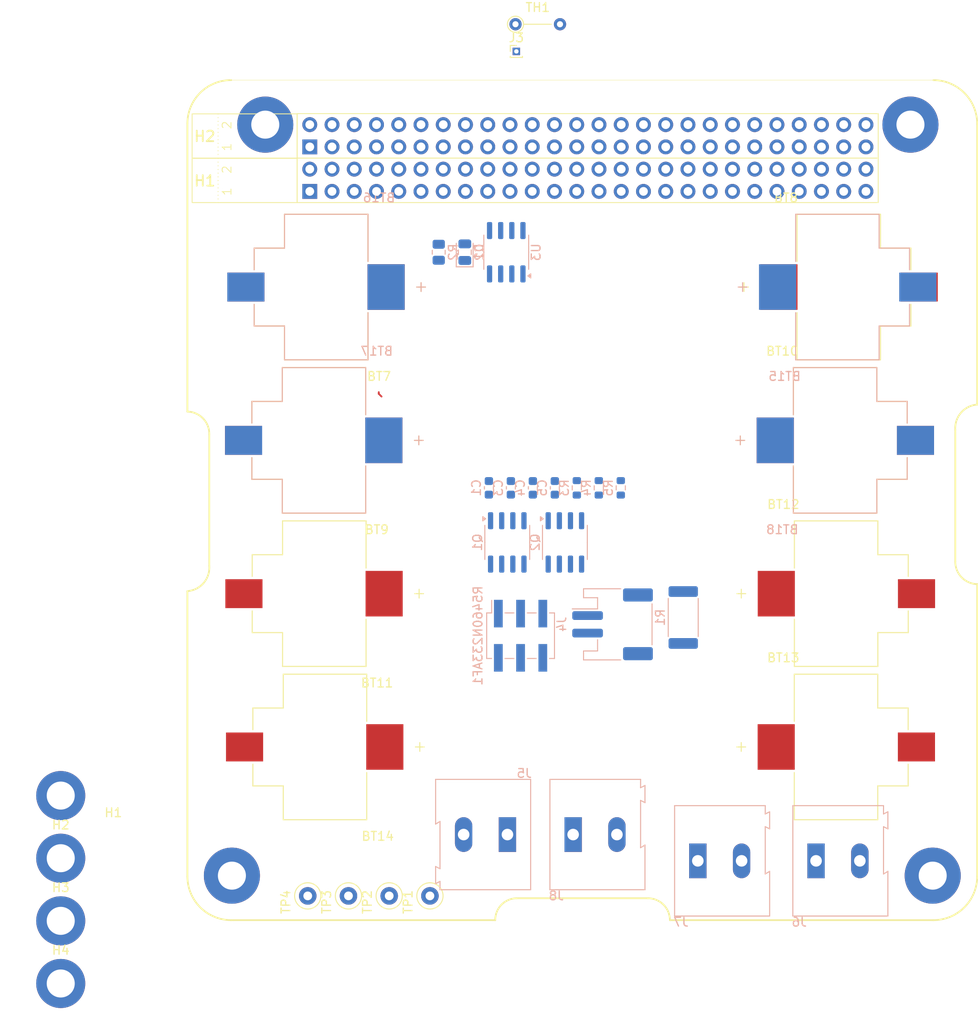
<source format=kicad_pcb>
(kicad_pcb (version 20240108) (generator "pcbnew") (generator_version "8.0")
  (layers (0 "F.Cu" signal) (31 "B.Cu" signal) (34 "B.Paste" user) (35 "F.Paste" user) (36 "B.SilkS" user "B.Silkscreen") (37 "F.SilkS" user "F.Silkscreen") (38 "B.Mask" user) (39 "F.Mask" user) (44 "Edge.Cuts" user))
  (net 0 "")
  (net 62 "Net-(D1-K)")
  (net 86 "/Pack -")
  (net 97 "Net-(D1-A)")
  (net 107 "/batt_board_temp")
  (net 108 "PACK-")
  (net 109 "Net-(C1-Pad1)")
  (net 110 "GND")
  (net 111 "Net-(R5460N233AF1-V-)")
  (net 112 "Net-(R5460N233AF1-VC)")
  (net 113 "/VDD")
  (net 114 "/B-")
  (net 115 "Net-(Q1-D-Pad5)")
  (net 116 "Net-(Q1-G)")
  (net 117 "Net-(Q2-G)")
  (net 118 "BAT_THERM")
  (net 119 "/BATT_CS")
  (net 120 "/Pack +")
  (net 121 "/BM")
  (net 122 "Net-(H1-Pad1)")
  (footprint "Battery 54:BAT_254TR" (layer "F.Cu") (at 178.495 125.5 180)
    (property "Reference" "BT14" (at -7.2 -10.19 0) (layer "F.SilkS"))
    (property "Value" "54")
    (pad "P1" smd rect (at -8.005 0 180) (size 4.24 5.2) (layers "F.Cu" "F.Paste" "F.Mask"))
    (pad "P2" smd rect (at 8.005 0 180) (size 4.24 3.3) (layers "F.Cu" "F.Paste" "F.Mask"))
  )
  (footprint "MountingHole:MountingHole_3.2mm_M3_DIN965_Pad" (layer "F.Cu") (at 149.5 152.5)
    (property "Reference" "H4" (at 0 -3.8 0) (layer "F.SilkS"))
    (property "Value" "MountingHole_Pad")
    (pad "1" thru_hole circle (at 0 0) (size 5.6 5.6) (drill 3.2) (layers "*.Cu" "*.Mask") (net 122 "Net-(H1-Pad1)"))
  )
  (footprint "Battery 54:BAT_254TR" (layer "F.Cu") (at 239.2 108)
    (property "Reference" "BT12" (at -7.2 -10.19 0) (layer "F.SilkS"))
    (property "Value" "54")
    (pad "1" smd rect (at 8.005 0) (size 4.24 3.3) (layers "F.Cu" "F.Paste" "F.Mask"))
    (pad "P1" smd rect (at -8.005 0) (size 4.24 5.2) (layers "F.Cu" "F.Paste" "F.Mask"))
  )
  (footprint "PC104:PC104ConnectorFootprint (1)" (layer "F.Cu") (at 163.96175 145.269563)
    (property "Reference" "U1" (hide yes))
    (property "Value" "~" (hide yes))
    (fp_text user "2" (at 5.1 -90.22 90) (layer "F.SilkS") (effects (font (thickness 0.1)) (justify left bottom)))
    (fp_text user "2" (at 5.1 -85.14 90) (layer "F.SilkS") (effects (font (thickness 0.1)) (justify left bottom)))
    (fp_text user "H1" (at 0.65 -83.688 0) (layer "F.SilkS") (effects (font (size 1.2 1.2) (thickness 0.2) (bold yes)) (justify left bottom)))
    (fp_text user "1" (at 5.1 -82.62 90) (layer "F.SilkS") (effects (font (thickness 0.1)) (justify left bottom)))
    (fp_text user "1" (at 5.1 -87.7 90) (layer "F.SilkS") (effects (font (thickness 0.1)) (justify left bottom)))
    (fp_text user "H2" (at 0.65 -88.768 0) (layer "F.SilkS") (effects (font (size 1.2 1.2) (thickness 0.2) (bold yes)) (justify left bottom)))
    (pad "" thru_hole circle (at 5.08 -5.08 90) (size 6.4 6.4) (drill 3.2) (layers "*.Cu" "*.Mask"))
    (pad "" thru_hole circle (at 8.89 -90.81) (size 6.4 6.4) (drill 3.2) (layers "*.Cu" "*.Mask"))
    (pad "" thru_hole circle (at 82.55 -90.81) (size 6.4 6.4) (drill 3.2) (layers "*.Cu" "*.Mask"))
    (pad "" thru_hole circle (at 85.09 -5.08) (size 6.4 6.4) (drill 3.2) (layers "*.Cu" "*.Mask"))
    (pad "1" thru_hole rect (at 13.97 -83.19 90) (size 1.7 1.7) (drill 1) (layers "*.Cu" "*.Mask"))
    (pad "2" thru_hole oval (at 13.97 -85.73 90) (size 1.7 1.7) (drill 1) (layers "*.Cu" "*.Mask"))
    (pad "3" thru_hole oval (at 16.51 -83.19 90) (size 1.7 1.7) (drill 1) (layers "*.Cu" "*.Mask"))
    (pad "4" thru_hole oval (at 16.51 -85.73 90) (size 1.7 1.7) (drill 1) (layers "*.Cu" "*.Mask"))
    (pad "5" thru_hole oval (at 19.05 -83.19 90) (size 1.7 1.7) (drill 1) (layers "*.Cu" "*.Mask"))
    (pad "6" thru_hole oval (at 19.05 -85.73 90) (size 1.7 1.7) (drill 1) (layers "*.Cu" "*.Mask"))
    (pad "7" thru_hole oval (at 21.59 -83.19 90) (size 1.7 1.7) (drill 1) (layers "*.Cu" "*.Mask"))
    (pad "8" thru_hole oval (at 21.59 -85.73 90) (size 1.7 1.7) (drill 1) (layers "*.Cu" "*.Mask"))
    (pad "9" thru_hole oval (at 24.13 -83.19 90) (size 1.7 1.7) (drill 1) (layers "*.Cu" "*.Mask"))
    (pad "10" thru_hole oval (at 24.13 -85.73 90) (size 1.7 1.7) (drill 1) (layers "*.Cu" "*.Mask"))
    (pad "11" thru_hole oval (at 26.67 -83.19 90) (size 1.7 1.7) (drill 1) (layers "*.Cu" "*.Mask"))
    (pad "12" thru_hole oval (at 26.67 -85.73 90) (size 1.7 1.7) (drill 1) (layers "*.Cu" "*.Mask"))
    (pad "13" thru_hole oval (at 29.21 -83.19 90) (size 1.7 1.7) (drill 1) (layers "*.Cu" "*.Mask"))
    (pad "14" thru_hole oval (at 29.21 -85.73 90) (size 1.7 1.7) (drill 1) (layers "*.Cu" "*.Mask"))
    (pad "15" thru_hole oval (at 31.75 -83.19 90) (size 1.7 1.7) (drill 1) (layers "*.Cu" "*.Mask"))
    (pad "16" thru_hole oval (at 31.75 -85.73 90) (size 1.7 1.7) (drill 1) (layers "*.Cu" "*.Mask"))
    (pad "17" thru_hole oval (at 34.29 -83.19 90) (size 1.7 1.7) (drill 1) (layers "*.Cu" "*.Mask"))
    (pad "18" thru_hole oval (at 34.29 -85.73 90) (size 1.7 1.7) (drill 1) (layers "*.Cu" "*.Mask"))
    (pad "19" thru_hole oval (at 36.83 -83.19 90) (size 1.7 1.7) (drill 1) (layers "*.Cu" "*.Mask"))
    (pad "20" thru_hole oval (at 36.83 -85.73 90) (size 1.7 1.7) (drill 1) (layers "*.Cu" "*.Mask"))
    (pad "21" thru_hole oval (at 39.37 -83.19 90) (size 1.7 1.7) (drill 1) (layers "*.Cu" "*.Mask"))
    (pad "22" thru_hole oval (at 39.37 -85.73 90) (size 1.7 1.7) (drill 1) (layers "*.Cu" "*.Mask"))
    (pad "23" thru_hole oval (at 41.91 -83.19 90) (size 1.7 1.7) (drill 1) (layers "*.Cu" "*.Mask"))
    (pad "24" thru_hole oval (at 41.91 -85.73 90) (size 1.7 1.7) (drill 1) (layers "*.Cu" "*.Mask"))
    (pad "25" thru_hole oval (at 44.45 -83.19 90) (size 1.7 1.7) (drill 1) (layers "*.Cu" "*.Mask"))
    (pad "26" thru_hole oval (at 44.45 -85.73 90) (size 1.7 1.7) (drill 1) (layers "*.Cu" "*.Mask"))
    (pad "27" thru_hole oval (at 46.99 -83.19 90) (size 1.7 1.7) (drill 1) (layers "*.Cu" "*.Mask"))
    (pad "28" thru_hole oval (at 46.99 -85.73 90) (size 1.7 1.7) (drill 1) (layers "*.Cu" "*.Mask"))
    (pad "29" thru_hole oval (at 49.53 -83.19 90) (size 1.7 1.7) (drill 1) (layers "*.Cu" "*.Mask"))
    (pad "30" thru_hole oval (at 49.53 -85.73 90) (size 1.7 1.7) (drill 1) (layers "*.Cu" "*.Mask"))
    (pad "31" thru_hole oval (at 52.07 -83.19 90) (size 1.7 1.7) (drill 1) (layers "*.Cu" "*.Mask"))
    (pad "32" thru_hole oval (at 52.07 -85.73 90) (size 1.7 1.7) (drill 1) (layers "*.Cu" "*.Mask"))
    (pad "33" thru_hole oval (at 54.61 -83.19 90) (size 1.7 1.7) (drill 1) (layers "*.Cu" "*.Mask"))
    (pad "34" thru_hole oval (at 54.61 -85.73 90) (size 1.7 1.7) (drill 1) (layers "*.Cu" "*.Mask"))
    (pad "35" thru_hole oval (at 57.15 -83.19 90) (size 1.7 1.7) (drill 1) (layers "*.Cu" "*.Mask"))
    (pad "36" thru_hole oval (at 57.15 -85.73 90) (size 1.7 1.7) (drill 1) (layers "*.Cu" "*.Mask"))
    (pad "37" thru_hole oval (at 59.69 -83.19 90) (size 1.7 1.7) (drill 1) (layers "*.Cu" "*.Mask"))
    (pad "38" thru_hole oval (at 59.69 -85.73 90) (size 1.7 1.7) (drill 1) (layers "*.Cu" "*.Mask"))
    (pad "39" thru_hole oval (at 62.23 -83.19 90) (size 1.7 1.7) (drill 1) (layers "*.Cu" "*.Mask"))
    (pad "40" thru_hole oval (at 62.23 -85.73 90) (size 1.7 1.7) (drill 1) (layers "*.Cu" "*.Mask"))
    (pad "41" thru_hole oval (at 64.77 -83.19 90) (size 1.7 1.7) (drill 1) (layers "*.Cu" "*.Mask"))
    (pad "42" thru_hole oval (at 64.77 -85.73 90) (size 1.7 1.7) (drill 1) (layers "*.Cu" "*.Mask"))
    (pad "43" thru_hole oval (at 67.31 -83.19 90) (size 1.7 1.7) (drill 1) (layers "*.Cu" "*.Mask"))
    (pad "44" thru_hole oval (at 67.31 -85.73 90) (size 1.7 1.7) (drill 1) (layers "*.Cu" "*.Mask"))
    (pad "45" thru_hole oval (at 69.85 -83.19 90) (size 1.7 1.7) (drill 1) (layers "*.Cu" "*.Mask"))
    (pad "46" thru_hole oval (at 69.85 -85.73 90) (size 1.7 1.7) (drill 1) (layers "*.Cu" "*.Mask"))
    (pad "47" thru_hole oval (at 72.39 -83.19 90) (size 1.7 1.7) (drill 1) (layers "*.Cu" "*.Mask"))
    (pad "48" thru_hole oval (at 72.39 -85.73 90) (size 1.7 1.7) (drill 1) (layers "*.Cu" "*.Mask"))
    (pad "49" thru_hole oval (at 74.93 -83.19 90) (size 1.7 1.7) (drill 1) (layers "*.Cu" "*.Mask"))
    (pad "50" thru_hole oval (at 74.93 -85.73 90) (size 1.7 1.7) (drill 1) (layers "*.Cu" "*.Mask"))
    (pad "51" thru_hole oval (at 77.47 -83.19 90) (size 1.7 1.7) (drill 1) (layers "*.Cu" "*.Mask"))
    (pad "52" thru_hole oval (at 77.47 -85.73 90) (size 1.7 1.7) (drill 1) (layers "*.Cu" "*.Mask"))
    (pad "53" thru_hole rect (at 13.97 -88.27 90) (size 1.7 1.7) (drill 1) (layers "*.Cu" "*.Mask") (net 107 "/batt_board_temp"))
    (pad "54" thru_hole oval (at 13.97 -90.81 90) (size 1.7 1.7) (drill 1) (layers "*.Cu" "*.Mask"))
    (pad "55" thru_hole oval (at 16.51 -88.27 90) (size 1.7 1.7) (drill 1) (layers "*.Cu" "*.Mask"))
    (pad "56" thru_hole oval (at 16.51 -90.81 90) (size 1.7 1.7) (drill 1) (layers "*.Cu" "*.Mask"))
    (pad "57" thru_hole oval (at 19.05 -88.27 90) (size 1.7 1.7) (drill 1) (layers "*.Cu" "*.Mask"))
    (pad "58" thru_hole oval (at 19.05 -90.81 90) (size 1.7 1.7) (drill 1) (layers "*.Cu" "*.Mask"))
    (pad "59" thru_hole oval (at 21.59 -88.27 90) (size 1.7 1.7) (drill 1) (layers "*.Cu" "*.Mask"))
    (pad "60" thru_hole oval (at 21.59 -90.81 90) (size 1.7 1.7) (drill 1) (layers "*.Cu" "*.Mask"))
    (pad "61" thru_hole oval (at 24.13 -88.27 90) (size 1.7 1.7) (drill 1) (layers "*.Cu" "*.Mask"))
    (pad "62" thru_hole oval (at 24.13 -90.81 90) (size 1.7 1.7) (drill 1) (layers "*.Cu" "*.Mask"))
    (pad "63" thru_hole oval (at 26.67 -88.27 90) (size 1.7 1.7) (drill 1) (layers "*.Cu" "*.Mask"))
    (pad "64" thru_hole oval (at 26.67 -90.81 90) (size 1.7 1.7) (drill 1) (layers "*.Cu" "*.Mask"))
    (pad "65" thru_hole oval (at 29.21 -88.27 90) (size 1.7 1.7) (drill 1) (layers "*.Cu" "*.Mask"))
    (pad "66" thru_hole oval (at 29.21 -90.81 90) (size 1.7 1.7) (drill 1) (layers "*.Cu" "*.Mask"))
    (pad "67" thru_hole oval (at 31.75 -88.27 90) (size 1.7 1.7) (drill 1) (layers "*.Cu" "*.Mask"))
    (pad "68" thru_hole oval (at 31.75 -90.81 90) (size 1.7 1.7) (drill 1) (layers "*.Cu" "*.Mask"))
    (pad "69" thru_hole oval (at 34.29 -88.27 90) (size 1.7 1.7) (drill 1) (layers "*.Cu" "*.Mask"))
    (pad "70" thru_hole oval (at 34.29 -90.81 90) (size 1.7 1.7) (drill 1) (layers "*.Cu" "*.Mask"))
    (pad "71" thru_hole oval (at 36.83 -88.27 90) (size 1.7 1.7) (drill 1) (layers "*.Cu" "*.Mask"))
    (pad "72" thru_hole oval (at 36.83 -90.81 90) (size 1.7 1.7) (drill 1) (layers "*.Cu" "*.Mask"))
    (pad "73" thru_hole oval (at 39.37 -88.27 90) (size 1.7 1.7) (drill 1) (layers "*.Cu" "*.Mask"))
    (pad "74" thru_hole oval (at 39.37 -90.81 90) (size 1.7 1.7) (drill 1) (layers "*.Cu" "*.Mask"))
    (pad "75" thru_hole oval (at 41.91 -88.27 90) (size 1.7 1.7) (drill 1) (layers "*.Cu" "*.Mask"))
    (pad "76" thru_hole oval (at 41.91 -90.81 90) (size 1.7 1.7) (drill 1) (layers "*.Cu" "*.Mask"))
    (pad "77" thru_hole oval (at 44.45 -88.27 90) (size 1.7 1.7) (drill 1) (layers "*.Cu" "*.Mask"))
    (pad "78" thru_hole oval (at 44.45 -90.81 90) (size 1.7 1.7) (drill 1) (layers "*.Cu" "*.Mask"))
    (pad "79" thru_hole oval (at 46.99 -88.27 90) (size 1.7 1.7) (drill 1) (layers "*.Cu" "*.Mask"))
    (pad "80" thru_hole oval (at 46.99 -90.81 90) (size 1.7 1.7) (drill 1) (layers "*.Cu" "*.Mask"))
    (pad "81" thru_hole oval (at 49.53 -88.27 90) (size 1.7 1.7) (drill 1) (layers "*.Cu" "*.Mask"))
    (pad "82" thru_hole oval (at 49.53 -90.81 90) (size 1.7 1.7) (drill 1) (layers "*.Cu" "*.Mask"))
    (pad "83" thru_hole oval (at 52.07 -88.27 90) (size 1.7 1.7) (drill 1) (layers "*.Cu" "*.Mask"))
    (pad "84" thru_hole oval (at 52.07 -90.81 90) (size 1.7 1.7) (drill 1) (layers "*.Cu" "*.Mask"))
    (pad "85" thru_hole oval (at 54.61 -88.27 90) (size 1.7 1.7) (drill 1) (layers "*.Cu" "*.Mask"))
    (pad "86" thru_hole oval (at 54.61 -90.81 90) (size 1.7 1.7) (drill 1) (layers "*.Cu" "*.Mask"))
    (pad "87" thru_hole oval (at 57.15 -88.27 90) (size 1.7 1.7) (drill 1) (layers "*.Cu" "*.Mask"))
    (pad "88" thru_hole oval (at 57.15 -90.81 90) (size 1.7 1.7) (drill 1) (layers "*.Cu" "*.Mask"))
    (pad "89" thru_hole oval (at 59.69 -88.27 90) (size 1.7 1.7) (drill 1) (layers "*.Cu" "*.Mask"))
    (pad "90" thru_hole oval (at 59.69 -90.81 90) (size 1.7 1.7) (drill 1) (layers "*.Cu" "*.Mask"))
    (pad "91" thru_hole oval (at 62.23 -88.27 90) (size 1.7 1.7) (drill 1) (layers "*.Cu" "*.Mask"))
    (pad "92" thru_hole oval (at 62.23 -90.81 90) (size 1.7 1.7) (drill 1) (layers "*.Cu" "*.Mask"))
    (pad "93" thru_hole oval (at 64.77 -88.27 90) (size 1.7 1.7) (drill 1) (layers "*.Cu" "*.Mask"))
    (pad "94" thru_hole oval (at 64.77 -90.81 90) (size 1.7 1.7) (drill 1) (layers "*.Cu" "*.Mask"))
    (pad "95" thru_hole oval (at 67.31 -88.27 90) (size 1.7 1.7) (drill 1) (layers "*.Cu" "*.Mask"))
    (pad "96" thru_hole oval (at 67.31 -90.81 90) (size 1.7 1.7) (drill 1) (layers "*.Cu" "*.Mask"))
    (pad "97" thru_hole oval (at 69.85 -88.27 90) (size 1.7 1.7) (drill 1) (layers "*.Cu" "*.Mask"))
    (pad "98" thru_hole oval (at 69.85 -90.81 90) (size 1.7 1.7) (drill 1) (layers "*.Cu" "*.Mask"))
    (pad "99" thru_hole oval (at 72.39 -88.27 90) (size 1.7 1.7) (drill 1) (layers "*.Cu" "*.Mask"))
    (pad "100" thru_hole oval (at 72.39 -90.81 90) (size 1.7 1.7) (drill 1) (layers "*.Cu" "*.Mask"))
    (pad "101" thru_hole oval (at 74.93 -88.27 90) (size 1.7 1.7) (drill 1) (layers "*.Cu" "*.Mask"))
    (pad "102" thru_hole oval (at 74.93 -90.81 90) (size 1.7 1.7) (drill 1) (layers "*.Cu" "*.Mask"))
    (pad "103" thru_hole oval (at 77.47 -88.27 90) (size 1.7 1.7) (drill 1) (layers "*.Cu" "*.Mask"))
    (pad "104" thru_hole oval (at 77.47 -90.81 90) (size 1.7 1.7) (drill 1) (layers "*.Cu" "*.Mask"))
  )
  (footprint "TestPoint:TestPoint_Loop_D1.80mm_Drill1.0mm_Beaded" (layer "F.Cu") (at 182.35 142.5 -90)
    (property "Reference" "TP3" (at 0.7 2.5 90) (layer "F.SilkS"))
    (property "Value" "TestPoint")
    (pad "1" thru_hole circle (at 0 0 270) (size 2 2) (drill 1) (layers "*.Cu" "*.Mask") (net 86 "/Pack -"))
  )
  (footprint "Resistor_THT:R_Axial_DIN0204_L3.6mm_D1.6mm_P5.08mm_Vertical" (layer "F.Cu") (at 201.42 43)
    (property "Reference" "TH1" (at 2.54 -1.92 0) (layer "F.SilkS"))
    (property "Value" "Thermistor")
    (pad "1" thru_hole circle (at 0 0) (size 1.4 1.4) (drill 0.7) (layers "*.Cu" "*.Mask") (net 118 "BAT_THERM"))
    (pad "2" thru_hole oval (at 5.08 0) (size 1.4 1.4) (drill 0.7) (layers "*.Cu" "*.Mask") (net 108 "PACK-"))
  )
  (footprint "MountingHole:MountingHole_3.2mm_M3_DIN965_Pad" (layer "F.Cu") (at 149.5 138.2)
    (property "Reference" "H2" (at 0 -3.8 0) (layer "F.SilkS"))
    (property "Value" "MountingHole_Pad")
    (pad "1" thru_hole circle (at 0 0) (size 5.6 5.6) (drill 3.2) (layers "*.Cu" "*.Mask") (net 122 "Net-(H1-Pad1)"))
  )
  (footprint "TestPoint:TestPoint_Loop_D1.80mm_Drill1.0mm_Beaded" (layer "F.Cu") (at 191.65 142.5 -90)
    (property "Reference" "TP1" (at 0.7 2.5 90) (layer "F.SilkS"))
    (property "Value" "TestPoint")
    (pad "1" thru_hole circle (at 0 0 270) (size 2 2) (drill 1) (layers "*.Cu" "*.Mask") (net 114 "/B-"))
  )
  (footprint "MountingHole:MountingHole_3.2mm_M3_DIN965_Pad" (layer "F.Cu") (at 149.5 145.35)
    (property "Reference" "H3" (at 0 -3.8 0) (layer "F.SilkS"))
    (property "Value" "MountingHole_Pad")
    (pad "1" thru_hole circle (at 0 0) (size 5.6 5.6) (drill 3.2) (layers "*.Cu" "*.Mask") (net 122 "Net-(H1-Pad1)"))
  )
  (footprint "Battery 54:BAT_254TR" (layer "F.Cu") (at 178.38175 90.5 180)
    (property "Reference" "BT9" (at -7.2 -10.19 0) (layer "F.SilkS"))
    (property "Value" "54")
    (pad "P1" smd rect (at -8.005 0 180) (size 4.24 5.2) (layers "F.Cu" "F.Paste" "F.Mask"))
    (pad "P2" smd rect (at 8.005 0 180) (size 4.24 3.3) (layers "F.Cu" "F.Paste" "F.Mask"))
  )
  (footprint "TestPoint:TestPoint_Loop_D1.80mm_Drill1.0mm_Beaded" (layer "F.Cu") (at 177.7 142.5 -90)
    (property "Reference" "TP4" (at 0.7 2.5 90) (layer "F.SilkS"))
    (property "Value" "TestPoint")
    (pad "1" thru_hole circle (at 0 0 270) (size 2 2) (drill 1) (layers "*.Cu" "*.Mask") (net 120 "/Pack +"))
  )
  (footprint "MountingHole:MountingHole_3.2mm_M3_DIN965_Pad" (layer "F.Cu") (at 149.5 131.05)
    (property "Reference" "H1" (at 6 1.95 0) (layer "F.SilkS"))
    (property "Value" "MountingHole_Pad")
    (pad "1" thru_hole circle (at 0 0) (size 5.6 5.6) (drill 3.2) (layers "*.Cu" "*.Mask") (net 122 "Net-(H1-Pad1)"))
  )
  (footprint "Battery 54:BAT_254TR" (layer "F.Cu") (at 239.08175 90.5)
    (property "Reference" "BT10" (at -7.2 -10.19 0) (layer "F.SilkS"))
    (property "Value" "54")
    (pad "P1" smd rect (at -8.005 0) (size 4.24 5.2) (layers "F.Cu" "F.Paste" "F.Mask"))
    (pad "P2" smd rect (at 8.005 0) (size 4.24 3.3) (layers "F.Cu" "F.Paste" "F.Mask"))
  )
  (footprint "Connector_PinHeader_1.00mm:PinHeader_1x01_P1.00mm_Vertical" (layer "F.Cu") (at 201.52 46.1)
    (property "Reference" "J3" (at 0 -1.56 0) (layer "F.SilkS"))
    (property "Value" "Screw_Terminal_01x01")
    (pad "1" thru_hole rect (at 0 0) (size 0.85 0.85) (drill 0.5) (layers "*.Cu" "*.Mask") (net 118 "BAT_THERM"))
  )
  (footprint "Battery 54:BAT_254TR" (layer "F.Cu") (at 239.19 125.5)
    (property "Reference" "BT13" (at -7.2 -10.19 0) (layer "F.SilkS"))
    (property "Value" "54")
    (pad "P1" smd rect (at -8.005 0) (size 4.24 5.2) (layers "F.Cu" "F.Paste" "F.Mask"))
    (pad "P2" smd rect (at 8.005 0) (size 4.24 3.3) (layers "F.Cu" "F.Paste" "F.Mask"))
  )
  (footprint "TestPoint:TestPoint_Loop_D1.80mm_Drill1.0mm_Beaded" (layer "F.Cu") (at 187 142.5 -90)
    (property "Reference" "TP2" (at 0.7 2.5 90) (layer "F.SilkS"))
    (property "Value" "TestPoint")
    (pad "1" thru_hole circle (at 0 0 270) (size 2 2) (drill 1) (layers "*.Cu" "*.Mask") (net 121 "/BM"))
  )
  (footprint "Battery 54:BAT_254TR" (layer "F.Cu") (at 178.6415 73 180)
    (property "Reference" "BT7" (at -7.2 -10.19 180) (layer "F.SilkS"))
    (property "Value" "54")
    (pad "P1" smd rect (at -8.005 0 180) (size 4.24 5.2) (layers "F.Cu" "F.Paste" "F.Mask"))
    (pad "P2" smd rect (at 8.005 0 180) (size 4.24 3.3) (layers "F.Cu" "F.Paste" "F.Mask"))
  )
  (footprint "Battery 54:BAT_254TR" (layer "F.Cu") (at 178.41825 108 180)
    (property "Reference" "BT11" (at -7.2 -10.19 0) (layer "F.SilkS"))
    (property "Value" "54")
    (pad "P1" smd rect (at -8.005 0 180) (size 4.24 5.2) (layers "F.Cu" "F.Paste" "F.Mask"))
    (pad "P2" smd rect (at 8.005 0 180) (size 4.24 3.3) (layers "F.Cu" "F.Paste" "F.Mask"))
  )
  (footprint "Battery 54:BAT_254TR" (layer "F.Cu") (at 239.505 73)
    (property "Reference" "BT8" (at -7.2 -10.19 0) (layer "F.SilkS"))
    (property "Value" "54")
    (pad "P1" smd rect (at -8.005 0) (size 4.24 5.2) (layers "F.Cu" "F.Paste" "F.Mask"))
    (pad "P2" smd rect (at 8.005 0) (size 4.24 3.3) (layers "F.Cu" "F.Paste" "F.Mask"))
  )
  (footprint "Resistor_SMD:R_0603_1608Metric" (layer "B.Cu") (at 213.44 95.92 -90)
    (property "Reference" "R5" (at 0 1.43 90) (layer "B.SilkS") (effects (justify mirror)))
    (property "Value" "330")
    (pad "1" smd roundrect (at -0.825 0 270) (size 0.8 0.95) (layers "B.Cu" "B.Paste" "B.Mask") (net 119 "/BATT_CS"))
    (pad "2" smd roundrect (at 0.825 0 270) (size 0.8 0.95) (layers "B.Cu" "B.Paste" "B.Mask") (net 113 "/VDD"))
  )
  (footprint "Resistor_SMD:R_2512_6332Metric" (layer "B.Cu") (at 220.57 110.72 -90)
    (property "Reference" "R1" (at 0 2.62 90) (layer "B.SilkS") (effects (justify mirror)))
    (property "Value" "0.01")
    (pad "1" smd roundrect (at -2.9625 0 270) (size 1.225 3.35) (layers "B.Cu" "B.Paste" "B.Mask") (roundrect_rratio 0.204082) (net 114 "/B-"))
    (pad "2" smd roundrect (at 2.9625 0 270) (size 1.225 3.35) (layers "B.Cu" "B.Paste" "B.Mask") (roundrect_rratio 0.204082) (net 109 "Net-(C1-Pad1)"))
  )
  (footprint "Battery 54:BAT_254TR" (layer "B.Cu") (at 239.3465 73)
    (property "Reference" "BT15" (at -7.2 10.19 0) (layer "B.SilkS") (effects (justify mirror)))
    (property "Value" "54")
    (pad "P1" smd rect (at -8.005 0) (size 4.24 5.2) (layers "B.Cu" "B.Paste" "B.Mask"))
    (pad "P2" smd rect (at 8.005 0) (size 4.24 3.3) (layers "B.Cu" "B.Paste" "B.Mask"))
  )
  (footprint "Package_SO:SOIC-8_3.9x4.9mm_P1.27mm" (layer "B.Cu") (at 200.48 102.15 -90)
    (property "Reference" "Q1" (at 0 3.4 90) (layer "B.SilkS") (effects (justify mirror)))
    (property "Value" "IRF7458")
    (pad "1" smd roundrect (at -2.475 1.905 270) (size 1.95 0.6) (layers "B.Cu" "B.Paste" "B.Mask") (net 109 "Net-(C1-Pad1)"))
    (pad "2" smd roundrect (at -2.475 0.635 270) (size 1.95 0.6) (layers "B.Cu" "B.Paste" "B.Mask") (net 109 "Net-(C1-Pad1)"))
    (pad "3" smd roundrect (at -2.475 -0.635 270) (size 1.95 0.6) (layers "B.Cu" "B.Paste" "B.Mask") (net 109 "Net-(C1-Pad1)"))
    (pad "4" smd roundrect (at -2.475 -1.905 270) (size 1.95 0.6) (layers "B.Cu" "B.Paste" "B.Mask") (net 116 "Net-(Q1-G)"))
    (pad "5" smd roundrect (at 2.475 -1.905 270) (size 1.95 0.6) (layers "B.Cu" "B.Paste" "B.Mask") (net 115 "Net-(Q1-D-Pad5)"))
    (pad "6" smd roundrect (at 2.475 -0.635 270) (size 1.95 0.6) (layers "B.Cu" "B.Paste" "B.Mask") (net 115 "Net-(Q1-D-Pad5)"))
    (pad "7" smd roundrect (at 2.475 0.635 270) (size 1.95 0.6) (layers "B.Cu" "B.Paste" "B.Mask") (net 115 "Net-(Q1-D-Pad5)"))
    (pad "8" smd roundrect (at 2.475 1.905 270) (size 1.95 0.6) (layers "B.Cu" "B.Paste" "B.Mask") (net 115 "Net-(Q1-D-Pad5)"))
  )
  (footprint "Connector_PinHeader_2.54mm:PinHeader_2x03_P2.54mm_Vertical_SMD" (layer "B.Cu") (at 202 112.8 -90)
    (property "Reference" "R5460N233AF1" (at 0 4.87 90) (layer "B.SilkS") (effects (justify mirror)))
    (property "Value" "~")
    (pad "1" smd rect (at -2.525 2.54 270) (size 3.15 1) (layers "B.Cu" "B.Paste" "B.Mask") (net 116 "Net-(Q1-G)"))
    (pad "2" smd rect (at 2.525 2.54 270) (size 3.15 1) (layers "B.Cu" "B.Paste" "B.Mask") (net 117 "Net-(Q2-G)"))
    (pad "3" smd rect (at -2.525 0 270) (size 3.15 1) (layers "B.Cu" "B.Paste" "B.Mask") (net 111 "Net-(R5460N233AF1-V-)"))
    (pad "4" smd rect (at 2.525 0 270) (size 3.15 1) (layers "B.Cu" "B.Paste" "B.Mask") (net 112 "Net-(R5460N233AF1-VC)"))
    (pad "5" smd rect (at -2.525 -2.54 270) (size 3.15 1) (layers "B.Cu" "B.Paste" "B.Mask") (net 113 "/VDD"))
    (pad "6" smd rect (at 2.525 -2.54 270) (size 3.15 1) (layers "B.Cu" "B.Paste" "B.Mask") (net 114 "/B-"))
  )
  (footprint "LED_SMD:LED_0805_2012Metric" (layer "B.Cu") (at 195.62 69.005 90)
    (property "Reference" "D1" (at 0 1.65 90) (layer "B.SilkS") (effects (justify mirror)))
    (property "Value" "TEMP_PWR")
    (pad "1" smd roundrect (at -0.9375 0 90) (size 0.975 1.4) (layers "B.Cu" "B.Paste" "B.Mask") (net 62 "Net-(D1-K)"))
    (pad "2" smd roundrect (at 0.9375 0 90) (size 0.975 1.4) (layers "B.Cu" "B.Paste" "B.Mask") (net 97 "Net-(D1-A)"))
  )
  (footprint "Capacitor_SMD:C_0603_1608Metric" (layer "B.Cu") (at 205.91 95.92 -90)
    (property "Reference" "C5" (at 0 1.43 90) (layer "B.SilkS") (effects (justify mirror)))
    (property "Value" "0.1uF")
    (pad "1" smd roundrect (at -0.775 0 270) (size 0.9 0.95) (layers "B.Cu" "B.Paste" "B.Mask") (net 114 "/B-"))
    (pad "2" smd roundrect (at 0.775 0 270) (size 0.9 0.95) (layers "B.Cu" "B.Paste" "B.Mask") (net 113 "/VDD"))
  )
  (footprint "Resistor_SMD:R_0805_2012Metric" (layer "B.Cu") (at 192.655 69.025 90)
    (property "Reference" "R2" (at 0 1.65 90) (layer "B.SilkS") (effects (justify mirror)))
    (property "Value" "15")
    (pad "1" smd roundrect (at -0.9125 0 90) (size 1.025 1.4) (layers "B.Cu" "B.Paste" "B.Mask") (roundrect_rratio 0.243902) (net 62 "Net-(D1-K)"))
    (pad "2" smd roundrect (at 0.9125 0 90) (size 1.025 1.4) (layers "B.Cu" "B.Paste" "B.Mask") (roundrect_rratio 0.243902) (net 110 "GND"))
  )
  (footprint "Battery 54:BAT_254TR" (layer "B.Cu") (at 178.38175 90.5 180)
    (property "Reference" "BT17" (at -7.2 10.19 0) (layer "B.SilkS") (effects (justify mirror)))
    (property "Value" "54")
    (pad "P1" smd rect (at -8.005 0 180) (size 4.24 5.2) (layers "B.Cu" "B.Paste" "B.Mask"))
    (pad "P2" smd rect (at 8.005 0 180) (size 4.24 3.3) (layers "B.Cu" "B.Paste" "B.Mask"))
  )
  (footprint "Capacitor_SMD:C_0603_1608Metric" (layer "B.Cu") (at 198.38 95.92 -90)
    (property "Reference" "C1" (at 0 1.43 90) (layer "B.SilkS") (effects (justify mirror)))
    (property "Value" "0.1uF")
    (pad "1" smd roundrect (at -0.775 0 270) (size 0.9 0.95) (layers "B.Cu" "B.Paste" "B.Mask") (net 109 "Net-(C1-Pad1)"))
    (pad "2" smd roundrect (at 0.775 0 270) (size 0.9 0.95) (layers "B.Cu" "B.Paste" "B.Mask") (net 86 "/Pack -"))
  )
  (footprint "Capacitor_SMD:C_0603_1608Metric" (layer "B.Cu") (at 200.89 95.92 -90)
    (property "Reference" "C3" (at 0 1.43 90) (layer "B.SilkS") (effects (justify mirror)))
    (property "Value" "0.1uF")
    (pad "1" smd roundrect (at -0.775 0 270) (size 0.9 0.95) (layers "B.Cu" "B.Paste" "B.Mask") (net 114 "/B-"))
    (pad "2" smd roundrect (at 0.775 0 270) (size 0.9 0.95) (layers "B.Cu" "B.Paste" "B.Mask") (net 111 "Net-(R5460N233AF1-V-)"))
  )
  (footprint "TerminalBlock:TerminalBlock_Altech_AK300-2_P5.00mm" (layer "B.Cu") (at 200.5 135.5 180)
    (property "Reference" "J5" (at -1.92 6.99 0) (layer "B.SilkS") (effects (justify mirror)))
    (property "Value" "Screw_Terminal_01x02")
    (pad "1" thru_hole rect (at 0 0 180) (size 1.98 3.96) (drill 1.32) (layers "*.Cu" "*.Mask") (net 120 "/Pack +"))
    (pad "2" thru_hole oval (at 5 0 180) (size 1.98 3.96) (drill 1.32) (layers "*.Cu" "*.Mask") (net 86 "/Pack -"))
  )
  (footprint "Resistor_SMD:R_0603_1608Metric" (layer "B.Cu") (at 210.93 95.92 -90)
    (property "Reference" "R4" (at 0 1.43 90) (layer "B.SilkS") (effects (justify mirror)))
    (property "Value" "330")
    (pad "1" smd roundrect (at -0.825 0 270) (size 0.8 0.95) (layers "B.Cu" "B.Paste" "B.Mask") (net 121 "/BM"))
    (pad "2" smd roundrect (at 0.825 0 270) (size 0.8 0.95) (layers "B.Cu" "B.Paste" "B.Mask") (net 112 "Net-(R5460N233AF1-VC)"))
  )
  (footprint "Package_SO:SOIC-8_3.9x4.9mm_P1.27mm" (layer "B.Cu") (at 200.365 69.025 90)
    (property "Reference" "U3" (at 0 3.4 90) (layer "B.SilkS") (effects (justify mirror)))
    (property "Value" "TMP36xS")
    (pad "1" smd roundrect (at -2.475 1.905 90) (size 1.95 0.6) (layers "B.Cu" "B.Paste" "B.Mask") (net 107 "/batt_board_temp"))
    (pad "2" smd roundrect (at -2.475 0.635 90) (size 1.95 0.6) (layers "B.Cu" "B.Paste" "B.Mask"))
    (pad "3" smd roundrect (at -2.475 -0.635 90) (size 1.95 0.6) (layers "B.Cu" "B.Paste" "B.Mask"))
    (pad "4" smd roundrect (at -2.475 -1.905 90) (size 1.95 0.6) (layers "B.Cu" "B.Paste" "B.Mask") (net 110 "GND"))
    (pad "5" smd roundrect (at 2.475 -1.905 90) (size 1.95 0.6) (layers "B.Cu" "B.Paste" "B.Mask") (net 97 "Net-(D1-A)"))
    (pad "6" smd roundrect (at 2.475 -0.635 90) (size 1.95 0.6) (layers "B.Cu" "B.Paste" "B.Mask"))
    (pad "7" smd roundrect (at 2.475 0.635 90) (size 1.95 0.6) (layers "B.Cu" "B.Paste" "B.Mask"))
    (pad "8" smd roundrect (at 2.475 1.905 90) (size 1.95 0.6) (layers "B.Cu" "B.Paste" "B.Mask") (net 97 "Net-(D1-A)"))
  )
  (footprint "TerminalBlock:TerminalBlock_Altech_AK300-2_P5.00mm" (layer "B.Cu") (at 208 135.5)
    (property "Reference" "J8" (at -1.92 6.99 0) (layer "B.SilkS") (effects (justify mirror)))
    (property "Value" "Screw_Terminal_01x02")
    (pad "1" thru_hole rect (at 0 0) (size 1.98 3.96) (drill 1.32) (layers "*.Cu" "*.Mask") (net 120 "/Pack +"))
    (pad "2" thru_hole oval (at 5 0) (size 1.98 3.96) (drill 1.32) (layers "*.Cu" "*.Mask") (net 86 "/Pack -"))
  )
  (footprint "Package_SO:SOIC-8_3.9x4.9mm_P1.27mm" (layer "B.Cu") (at 207.06 102.15 -90)
    (property "Reference" "Q2" (at 0 3.4 90) (layer "B.SilkS") (effects (justify mirror)))
    (property "Value" "IRF7458")
    (pad "1" smd roundrect (at -2.475 1.905 270) (size 1.95 0.6) (layers "B.Cu" "B.Paste" "B.Mask") (net 86 "/Pack -"))
    (pad "2" smd roundrect (at -2.475 0.635 270) (size 1.95 0.6) (layers "B.Cu" "B.Paste" "B.Mask") (net 86 "/Pack -"))
    (pad "3" smd roundrect (at -2.475 -0.635 270) (size 1.95 0.6) (layers "B.Cu" "B.Paste" "B.Mask") (net 86 "/Pack -"))
    (pad "4" smd roundrect (at -2.475 -1.905 270) (size 1.95 0.6) (layers "B.Cu" "B.Paste" "B.Mask") (net 117 "Net-(Q2-G)"))
    (pad "5" smd roundrect (at 2.475 -1.905 270) (size 1.95 0.6) (layers "B.Cu" "B.Paste" "B.Mask") (net 115 "Net-(Q1-D-Pad5)"))
    (pad "6" smd roundrect (at 2.475 -0.635 270) (size 1.95 0.6) (layers "B.Cu" "B.Paste" "B.Mask") (net 115 "Net-(Q1-D-Pad5)"))
    (pad "7" smd roundrect (at 2.475 0.635 270) (size 1.95 0.6) (layers "B.Cu" "B.Paste" "B.Mask") (net 115 "Net-(Q1-D-Pad5)"))
    (pad "8" smd roundrect (at 2.475 1.905 270) (size 1.95 0.6) (layers "B.Cu" "B.Paste" "B.Mask") (net 115 "Net-(Q1-D-Pad5)"))
  )
  (footprint "Resistor_SMD:R_0603_1608Metric" (layer "B.Cu") (at 208.42 95.92 -90)
    (property "Reference" "R3" (at 0 1.43 90) (layer "B.SilkS") (effects (justify mirror)))
    (property "Value" "1K")
    (pad "1" smd roundrect (at -0.825 0 270) (size 0.8 0.95) (layers "B.Cu" "B.Paste" "B.Mask") (net 111 "Net-(R5460N233AF1-V-)"))
    (pad "2" smd roundrect (at 0.825 0 270) (size 0.8 0.95) (layers "B.Cu" "B.Paste" "B.Mask") (net 86 "/Pack -"))
  )
  (footprint "Connector_JST:JST_PH_S2B-PH-SM4-TB_1x02-1MP_P2.00mm_Horizontal" (layer "B.Cu") (at 212.5 111.5 -90)
    (property "Reference" "J4" (at 0 5.8 90) (layer "B.SilkS") (effects (justify mirror)))
    (property "Value" "JST_PH_S2B-PH-SM4")
    (pad "1" smd roundrect (at -1 2.85 270) (size 1 3.5) (layers "B.Cu" "B.Paste" "B.Mask") (net 120 "/Pack +"))
    (pad "2" smd roundrect (at 1 2.85 270) (size 1 3.5) (layers "B.Cu" "B.Paste" "B.Mask") (net 86 "/Pack -"))
    (pad "MP" smd roundrect (at -3.35 -2.9 270) (size 1.5 3.4) (layers "B.Cu" "B.Paste" "B.Mask") (roundrect_rratio 0.166667))
    (pad "MP" smd roundrect (at 3.35 -2.9 270) (size 1.5 3.4) (layers "B.Cu" "B.Paste" "B.Mask") (roundrect_rratio 0.166667))
  )
  (footprint "Capacitor_SMD:C_0805_2012Metric" (layer "B.Cu") (at 195.635 69.025 90)
    (property "Reference" "C2" (at 0 1.68 90) (layer "B.SilkS") (effects (justify mirror)))
    (property "Value" "0.1µF")
    (pad "1" smd roundrect (at -0.95 0 90) (size 1 1.45) (layers "B.Cu" "B.Paste" "B.Mask") (net 97 "Net-(D1-A)"))
    (pad "2" smd roundrect (at 0.95 0 90) (size 1 1.45) (layers "B.Cu" "B.Paste" "B.Mask") (net 110 "GND"))
  )
  (footprint "TerminalBlock:TerminalBlock_Altech_AK300-2_P5.00mm" (layer "B.Cu") (at 222.235 138.5)
    (property "Reference" "J7" (at -1.92 6.99 0) (layer "B.SilkS") (effects (justify mirror)))
    (property "Value" "Screw_Terminal_01x02")
    (pad "1" thru_hole rect (at 0 0) (size 1.98 3.96) (drill 1.32) (layers "*.Cu" "*.Mask") (net 120 "/Pack +"))
    (pad "2" thru_hole oval (at 5 0) (size 1.98 3.96) (drill 1.32) (layers "*.Cu" "*.Mask") (net 86 "/Pack -"))
  )
  (footprint "Battery 54:BAT_254TR" (layer "B.Cu") (at 178.6415 73 180)
    (property "Reference" "BT16" (at -7.2 10.19 0) (layer "B.SilkS") (effects (justify mirror)))
    (property "Value" "54")
    (pad "P1" smd rect (at -8.005 0 180) (size 4.24 5.2) (layers "B.Cu" "B.Paste" "B.Mask"))
    (pad "P2" smd rect (at 8.005 0 180) (size 4.24 3.3) (layers "B.Cu" "B.Paste" "B.Mask"))
  )
  (footprint "Capacitor_SMD:C_0603_1608Metric" (layer "B.Cu") (at 203.4 95.92 -90)
    (property "Reference" "C4" (at 0 1.43 90) (layer "B.SilkS") (effects (justify mirror)))
    (property "Value" "0.1uF")
    (pad "1" smd roundrect (at -0.775 0 270) (size 0.9 0.95) (layers "B.Cu" "B.Paste" "B.Mask") (net 114 "/B-"))
    (pad "2" smd roundrect (at 0.775 0 270) (size 0.9 0.95) (layers "B.Cu" "B.Paste" "B.Mask") (net 112 "Net-(R5460N233AF1-VC)"))
  )
  (footprint "TerminalBlock:TerminalBlock_Altech_AK300-2_P5.00mm" (layer "B.Cu") (at 235.735 138.5)
    (property "Reference" "J6" (at -1.92 6.99 0) (layer "B.SilkS") (effects (justify mirror)))
    (property "Value" "Screw_Terminal_01x02")
    (pad "1" thru_hole rect (at 0 0) (size 1.98 3.96) (drill 1.32) (layers "*.Cu" "*.Mask") (net 120 "/Pack +"))
    (pad "2" thru_hole oval (at 5 0) (size 1.98 3.96) (drill 1.32) (layers "*.Cu" "*.Mask") (net 86 "/Pack -"))
  )
  (footprint "Battery 54:BAT_254TR" (layer "B.Cu") (at 239.08175 90.5)
    (property "Reference" "BT18" (at -7.2 10.19 0) (layer "B.SilkS") (effects (justify mirror)))
    (property "Value" "54")
    (pad "P1" smd rect (at -8.005 0) (size 4.24 5.2) (layers "B.Cu" "B.Paste" "B.Mask"))
    (pad "P2" smd rect (at 8.005 0) (size 4.24 3.3) (layers "B.Cu" "B.Paste" "B.Mask"))
  )
  (segment (start 185.8075 85.182375) (end 186.125125 85.5) (width 0.2) (layer "F.Cu") (net 0))
  (segment (start 185.8075 85) (end 185.8075 85.182375) (width 0.2) (layer "F.Cu") (net 0))
  (segment (start 247.1685 55.116313) (end 246.51175 54.459563) (width 0.2) (layer "F.Cu") (net 0))
)
</source>
